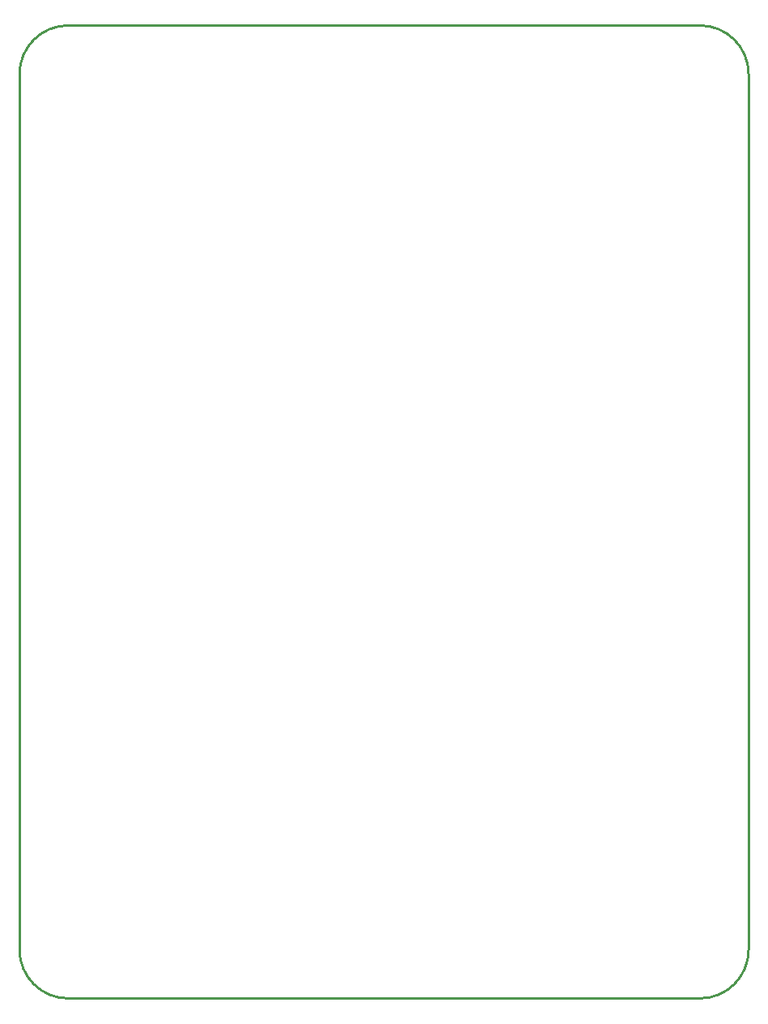
<source format=gm1>
G04*
G04 #@! TF.GenerationSoftware,Altium Limited,Altium Designer,23.8.1 (32)*
G04*
G04 Layer_Color=16711935*
%FSLAX25Y25*%
%MOIN*%
G70*
G04*
G04 #@! TF.SameCoordinates,29178C35-F4AC-4926-8FEA-C3B9FECDB407*
G04*
G04*
G04 #@! TF.FilePolarity,Positive*
G04*
G01*
G75*
%ADD14C,0.01000*%
D14*
X380000Y100000D02*
G03*
X400000Y120000I0J20000D01*
G01*
X100000Y120000D02*
G03*
X120000Y100000I20000J0D01*
G01*
X400000Y480000D02*
G03*
X380000Y500000I-20000J0D01*
G01*
X120000Y500000D02*
G03*
X100000Y480000I0J-20000D01*
G01*
Y120000D02*
Y480000D01*
X400000Y120000D02*
X400000Y480000D01*
X120000Y100000D02*
X380000D01*
X120000Y500000D02*
X380000D01*
Y100000D02*
G03*
X400000Y120000I0J20000D01*
G01*
X100000Y120000D02*
G03*
X120000Y100000I20000J0D01*
G01*
X400000Y480000D02*
G03*
X380000Y500000I-20000J0D01*
G01*
X120000Y500000D02*
G03*
X100000Y480000I0J-20000D01*
G01*
Y120000D02*
Y480000D01*
X400000Y120000D02*
X400000Y480000D01*
X120000Y100000D02*
X380000D01*
X120000Y500000D02*
X380000D01*
M02*

</source>
